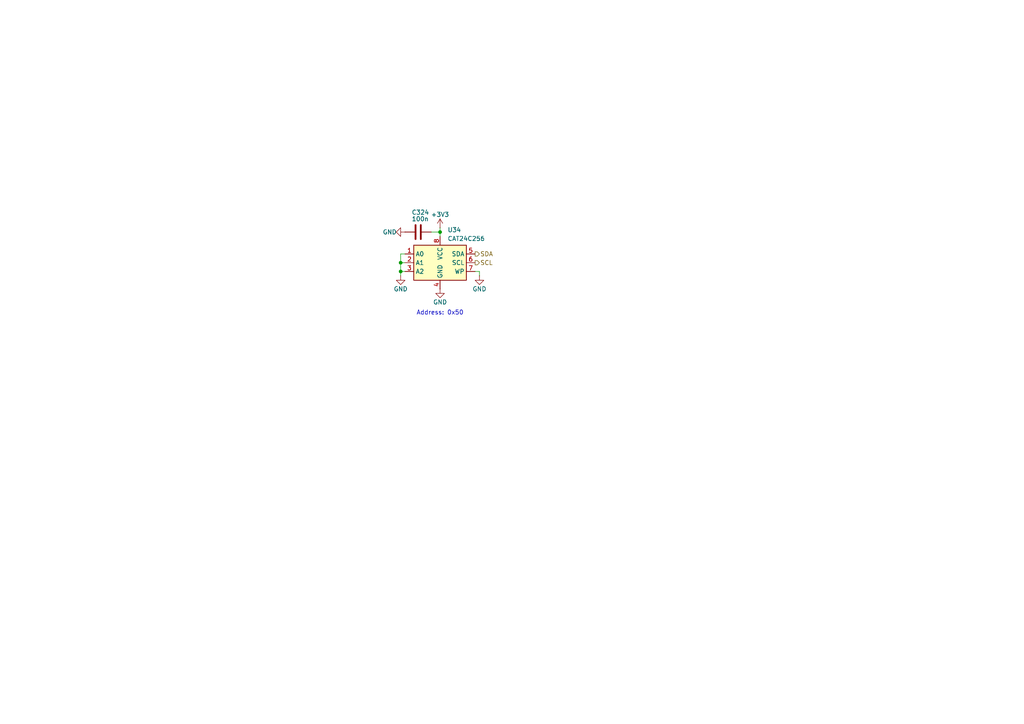
<source format=kicad_sch>
(kicad_sch (version 20250114) (generator "eeschema") (generator_version "9.0")
  (paper "A4")
  (lib_symbols
    (symbol "Device:C" (pin_numbers (hide yes)) (pin_names (offset 0.254))
      (property "Reference" "C" (at 0.635 2.54 0))
      (property "Value" "C" (at 0.635 -2.54 0))
      (symbol "C_0_1"
        (polyline (pts (xy -2.032 0.762) (xy 2.032 0.762)) (stroke (width 0.508)))
        (polyline (pts (xy -2.032 -0.762) (xy 2.032 -0.762)) (stroke (width 0.508)))
      )
      (symbol "C_1_1"
        (pin passive line (at 0 3.81 270) (length 2.794) (name "~") (number "1"))
        (pin passive line (at 0 -3.81 90) (length 2.794) (name "~") (number "2"))
      )
    )
    (symbol "Memory_EEPROM:CAT24C256"
      (property "Reference" "U" (at -6.35 6.35 0))
      (property "Value" "CAT24C256" (at 1.27 6.35 0))
      (symbol "CAT24C256_1_1"
        (rectangle (start -7.62 5.08) (end 7.62 -5.08) (stroke (width 0.254)) (fill (type background)))
        (pin input line (at -10.16 2.54 0) (length 2.54) (name "A0") (number "1"))
        (pin input line (at -10.16 0 0) (length 2.54) (name "A1") (number "2"))
        (pin input line (at -10.16 -2.54 0) (length 2.54) (name "A2") (number "3"))
        (pin power_in line (at 0 7.62 270) (length 2.54) (name "VCC") (number "8"))
        (pin power_in line (at 0 -7.62 90) (length 2.54) (name "GND") (number "4"))
        (pin bidirectional line (at 10.16 2.54 180) (length 2.54) (name "SDA") (number "5"))
        (pin input line (at 10.16 0 180) (length 2.54) (name "SCL") (number "6"))
        (pin input line (at 10.16 -2.54 180) (length 2.54) (name "WP") (number "7"))
      )
    )
    (symbol "power:+3V3" (power) (pin_numbers (hide yes)) (pin_names (offset 0) (hide yes))
      (property "Value" "+3V3" (at 0 3.556 0))
      (symbol "+3V3_0_1"
        (polyline (pts (xy -0.762 1.27) (xy 0 2.54)))
        (polyline (pts (xy 0 2.54) (xy 0.762 1.27)))
        (polyline (pts (xy 0 0) (xy 0 2.54)))
      )
      (symbol "+3V3_1_1"
        (pin power_in line (at 0 0 90) (length 0) (name "~") (number "1"))
      )
    )
    (symbol "power:GND" (power) (pin_numbers (hide yes)) (pin_names (offset 0) (hide yes))
      (property "Value" "GND" (at 0 -3.81 0))
      (symbol "GND_0_1"
        (polyline (pts (xy 0 0) (xy 0 -1.27) (xy 1.27 -1.27) (xy 0 -2.54) (xy -1.27 -1.27) (xy 0 -1.27)))
      )
      (symbol "GND_1_1"
        (pin power_in line (at 0 0 270) (length 0) (name "~") (number "1"))
      )
    )
  )
  (text "Address: 0x50" (at 127.635 90.805 0) (effects (font (size 1.27 1.27))))
  (junction (at 116.205 76.2))
  (junction (at 127.635 67.31))
  (junction (at 116.205 78.74))
  (wire (pts (xy 116.205 76.2) (xy 116.205 78.74)))
  (wire (pts (xy 117.475 73.66) (xy 116.205 73.66)))
  (wire (pts (xy 127.635 67.31) (xy 127.635 66.04)))
  (wire (pts (xy 125.095 67.31) (xy 127.635 67.31)))
  (wire (pts (xy 137.795 78.74) (xy 139.065 78.74)))
  (wire (pts (xy 127.635 67.31) (xy 127.635 68.58)))
  (wire (pts (xy 116.205 78.74) (xy 116.205 80.01)))
  (wire (pts (xy 116.205 76.2) (xy 117.475 76.2)))
  (wire (pts (xy 116.205 78.74) (xy 117.475 78.74)))
  (wire (pts (xy 116.205 73.66) (xy 116.205 76.2)))
  (wire (pts (xy 139.065 78.74) (xy 139.065 80.01)))
  (hierarchical_label "SDA" (shape output) (at 137.795 73.66 0))
  (hierarchical_label "SCL" (shape output) (at 137.795 76.2 0))
  (symbol (lib_id "power:GND") (at 139.065 80.01 0) (unit 1)
    (property "Reference" "#PWR0810" (effects (hide yes)))
    (property "Value" "GND" (at 139.065 83.82 0))
  )
  (symbol (lib_id "power:GND") (at 117.475 67.31 270) (unit 1)
    (property "Reference" "#PWR0801" (effects (hide yes)))
    (property "Value" "GND" (at 113.03 67.31 90))
  )
  (symbol (lib_id "power:GND") (at 127.635 83.82 0) (unit 1)
    (property "Reference" "#PWR0807" (effects (hide yes)))
    (property "Value" "GND" (at 127.635 87.63 0))
  )
  (symbol (lib_id "power:GND") (at 116.205 80.01 0) (unit 1)
    (property "Reference" "#PWR0813" (effects (hide yes)))
    (property "Value" "GND" (at 116.205 83.82 0))
  )
  (symbol (lib_id "Device:C") (at 121.285 67.31 270) (unit 1)
    (property "Reference" "C324" (at 119.38 61.595 90) (effects (justify left)))
    (property "Value" "100n" (at 119.38 63.5 90) (effects (justify left)))
    (property "Footprint" "Capacitor_SMD:C_0603_1608Metric" (effects (hide yes)))
    (property "Description" "Unpolarized capacitor" (effects (hide yes)))
  )
  (symbol (lib_id "Memory_EEPROM:CAT24C256") (at 127.635 76.2 0) (unit 1)
    (property "Reference" "U34" (at 129.7984 66.675 0) (effects (justify left)))
    (property "Value" "CAT24C256" (at 129.7984 69.215 0) (effects (justify left)))
    (property "Datasheet" "https://www.onsemi.cn/PowerSolutions/document/CAT24C256-D.PDF" (effects (hide yes)))
    (property "Description" "256 kb CMOS Serial EEPROM, DIP-8/SOIC-8/TSSOP-8/DFN-8" (effects (hide yes)))
  )
  (symbol (lib_id "power:+3V3") (at 127.635 66.04 0) (mirror y) (unit 1)
    (property "Reference" "#PWR0804" (effects (hide yes)))
    (property "Value" "+3V3" (at 127.635 62.23 0))
    (property "Description" "Power symbol creates a global label with name \"+3V3\"" (effects (hide yes)))
  )
)
</source>
